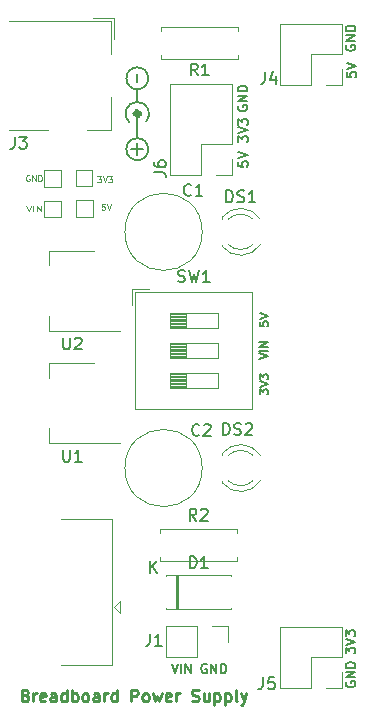
<source format=gto>
G04 #@! TF.GenerationSoftware,KiCad,Pcbnew,(5.1.4)-1*
G04 #@! TF.CreationDate,2020-11-14T09:15:54+05:30*
G04 #@! TF.ProjectId,Breadboard_Power_Supply,42726561-6462-46f6-9172-645f506f7765,1*
G04 #@! TF.SameCoordinates,Original*
G04 #@! TF.FileFunction,Legend,Top*
G04 #@! TF.FilePolarity,Positive*
%FSLAX46Y46*%
G04 Gerber Fmt 4.6, Leading zero omitted, Abs format (unit mm)*
G04 Created by KiCad (PCBNEW (5.1.4)-1) date 2020-11-14 09:15:54*
%MOMM*%
%LPD*%
G04 APERTURE LIST*
%ADD10C,0.150000*%
%ADD11C,0.250000*%
%ADD12C,0.120000*%
%ADD13C,0.500000*%
%ADD14C,0.125000*%
G04 APERTURE END LIST*
D10*
X146423809Y-115561904D02*
X146690476Y-116361904D01*
X146957142Y-115561904D01*
X147223809Y-116361904D02*
X147223809Y-115561904D01*
X147604761Y-116361904D02*
X147604761Y-115561904D01*
X148061904Y-116361904D01*
X148061904Y-115561904D01*
X149390476Y-115600000D02*
X149314285Y-115561904D01*
X149200000Y-115561904D01*
X149085714Y-115600000D01*
X149009523Y-115676190D01*
X148971428Y-115752380D01*
X148933333Y-115904761D01*
X148933333Y-116019047D01*
X148971428Y-116171428D01*
X149009523Y-116247619D01*
X149085714Y-116323809D01*
X149200000Y-116361904D01*
X149276190Y-116361904D01*
X149390476Y-116323809D01*
X149428571Y-116285714D01*
X149428571Y-116019047D01*
X149276190Y-116019047D01*
X149771428Y-116361904D02*
X149771428Y-115561904D01*
X150228571Y-116361904D01*
X150228571Y-115561904D01*
X150609523Y-116361904D02*
X150609523Y-115561904D01*
X150800000Y-115561904D01*
X150914285Y-115600000D01*
X150990476Y-115676190D01*
X151028571Y-115752380D01*
X151066666Y-115904761D01*
X151066666Y-116019047D01*
X151028571Y-116171428D01*
X150990476Y-116247619D01*
X150914285Y-116323809D01*
X150800000Y-116361904D01*
X150609523Y-116361904D01*
D11*
X134057142Y-118228571D02*
X134200000Y-118276190D01*
X134247619Y-118323809D01*
X134295238Y-118419047D01*
X134295238Y-118561904D01*
X134247619Y-118657142D01*
X134200000Y-118704761D01*
X134104761Y-118752380D01*
X133723809Y-118752380D01*
X133723809Y-117752380D01*
X134057142Y-117752380D01*
X134152380Y-117800000D01*
X134200000Y-117847619D01*
X134247619Y-117942857D01*
X134247619Y-118038095D01*
X134200000Y-118133333D01*
X134152380Y-118180952D01*
X134057142Y-118228571D01*
X133723809Y-118228571D01*
X134723809Y-118752380D02*
X134723809Y-118085714D01*
X134723809Y-118276190D02*
X134771428Y-118180952D01*
X134819047Y-118133333D01*
X134914285Y-118085714D01*
X135009523Y-118085714D01*
X135723809Y-118704761D02*
X135628571Y-118752380D01*
X135438095Y-118752380D01*
X135342857Y-118704761D01*
X135295238Y-118609523D01*
X135295238Y-118228571D01*
X135342857Y-118133333D01*
X135438095Y-118085714D01*
X135628571Y-118085714D01*
X135723809Y-118133333D01*
X135771428Y-118228571D01*
X135771428Y-118323809D01*
X135295238Y-118419047D01*
X136628571Y-118752380D02*
X136628571Y-118228571D01*
X136580952Y-118133333D01*
X136485714Y-118085714D01*
X136295238Y-118085714D01*
X136200000Y-118133333D01*
X136628571Y-118704761D02*
X136533333Y-118752380D01*
X136295238Y-118752380D01*
X136200000Y-118704761D01*
X136152380Y-118609523D01*
X136152380Y-118514285D01*
X136200000Y-118419047D01*
X136295238Y-118371428D01*
X136533333Y-118371428D01*
X136628571Y-118323809D01*
X137533333Y-118752380D02*
X137533333Y-117752380D01*
X137533333Y-118704761D02*
X137438095Y-118752380D01*
X137247619Y-118752380D01*
X137152380Y-118704761D01*
X137104761Y-118657142D01*
X137057142Y-118561904D01*
X137057142Y-118276190D01*
X137104761Y-118180952D01*
X137152380Y-118133333D01*
X137247619Y-118085714D01*
X137438095Y-118085714D01*
X137533333Y-118133333D01*
X138009523Y-118752380D02*
X138009523Y-117752380D01*
X138009523Y-118133333D02*
X138104761Y-118085714D01*
X138295238Y-118085714D01*
X138390476Y-118133333D01*
X138438095Y-118180952D01*
X138485714Y-118276190D01*
X138485714Y-118561904D01*
X138438095Y-118657142D01*
X138390476Y-118704761D01*
X138295238Y-118752380D01*
X138104761Y-118752380D01*
X138009523Y-118704761D01*
X139057142Y-118752380D02*
X138961904Y-118704761D01*
X138914285Y-118657142D01*
X138866666Y-118561904D01*
X138866666Y-118276190D01*
X138914285Y-118180952D01*
X138961904Y-118133333D01*
X139057142Y-118085714D01*
X139200000Y-118085714D01*
X139295238Y-118133333D01*
X139342857Y-118180952D01*
X139390476Y-118276190D01*
X139390476Y-118561904D01*
X139342857Y-118657142D01*
X139295238Y-118704761D01*
X139200000Y-118752380D01*
X139057142Y-118752380D01*
X140247619Y-118752380D02*
X140247619Y-118228571D01*
X140200000Y-118133333D01*
X140104761Y-118085714D01*
X139914285Y-118085714D01*
X139819047Y-118133333D01*
X140247619Y-118704761D02*
X140152380Y-118752380D01*
X139914285Y-118752380D01*
X139819047Y-118704761D01*
X139771428Y-118609523D01*
X139771428Y-118514285D01*
X139819047Y-118419047D01*
X139914285Y-118371428D01*
X140152380Y-118371428D01*
X140247619Y-118323809D01*
X140723809Y-118752380D02*
X140723809Y-118085714D01*
X140723809Y-118276190D02*
X140771428Y-118180952D01*
X140819047Y-118133333D01*
X140914285Y-118085714D01*
X141009523Y-118085714D01*
X141771428Y-118752380D02*
X141771428Y-117752380D01*
X141771428Y-118704761D02*
X141676190Y-118752380D01*
X141485714Y-118752380D01*
X141390476Y-118704761D01*
X141342857Y-118657142D01*
X141295238Y-118561904D01*
X141295238Y-118276190D01*
X141342857Y-118180952D01*
X141390476Y-118133333D01*
X141485714Y-118085714D01*
X141676190Y-118085714D01*
X141771428Y-118133333D01*
X143009523Y-118752380D02*
X143009523Y-117752380D01*
X143390476Y-117752380D01*
X143485714Y-117800000D01*
X143533333Y-117847619D01*
X143580952Y-117942857D01*
X143580952Y-118085714D01*
X143533333Y-118180952D01*
X143485714Y-118228571D01*
X143390476Y-118276190D01*
X143009523Y-118276190D01*
X144152380Y-118752380D02*
X144057142Y-118704761D01*
X144009523Y-118657142D01*
X143961904Y-118561904D01*
X143961904Y-118276190D01*
X144009523Y-118180952D01*
X144057142Y-118133333D01*
X144152380Y-118085714D01*
X144295238Y-118085714D01*
X144390476Y-118133333D01*
X144438095Y-118180952D01*
X144485714Y-118276190D01*
X144485714Y-118561904D01*
X144438095Y-118657142D01*
X144390476Y-118704761D01*
X144295238Y-118752380D01*
X144152380Y-118752380D01*
X144819047Y-118085714D02*
X145009523Y-118752380D01*
X145200000Y-118276190D01*
X145390476Y-118752380D01*
X145580952Y-118085714D01*
X146342857Y-118704761D02*
X146247619Y-118752380D01*
X146057142Y-118752380D01*
X145961904Y-118704761D01*
X145914285Y-118609523D01*
X145914285Y-118228571D01*
X145961904Y-118133333D01*
X146057142Y-118085714D01*
X146247619Y-118085714D01*
X146342857Y-118133333D01*
X146390476Y-118228571D01*
X146390476Y-118323809D01*
X145914285Y-118419047D01*
X146819047Y-118752380D02*
X146819047Y-118085714D01*
X146819047Y-118276190D02*
X146866666Y-118180952D01*
X146914285Y-118133333D01*
X147009523Y-118085714D01*
X147104761Y-118085714D01*
X148152380Y-118704761D02*
X148295238Y-118752380D01*
X148533333Y-118752380D01*
X148628571Y-118704761D01*
X148676190Y-118657142D01*
X148723809Y-118561904D01*
X148723809Y-118466666D01*
X148676190Y-118371428D01*
X148628571Y-118323809D01*
X148533333Y-118276190D01*
X148342857Y-118228571D01*
X148247619Y-118180952D01*
X148200000Y-118133333D01*
X148152380Y-118038095D01*
X148152380Y-117942857D01*
X148200000Y-117847619D01*
X148247619Y-117800000D01*
X148342857Y-117752380D01*
X148580952Y-117752380D01*
X148723809Y-117800000D01*
X149580952Y-118085714D02*
X149580952Y-118752380D01*
X149152380Y-118085714D02*
X149152380Y-118609523D01*
X149200000Y-118704761D01*
X149295238Y-118752380D01*
X149438095Y-118752380D01*
X149533333Y-118704761D01*
X149580952Y-118657142D01*
X150057142Y-118085714D02*
X150057142Y-119085714D01*
X150057142Y-118133333D02*
X150152380Y-118085714D01*
X150342857Y-118085714D01*
X150438095Y-118133333D01*
X150485714Y-118180952D01*
X150533333Y-118276190D01*
X150533333Y-118561904D01*
X150485714Y-118657142D01*
X150438095Y-118704761D01*
X150342857Y-118752380D01*
X150152380Y-118752380D01*
X150057142Y-118704761D01*
X150961904Y-118085714D02*
X150961904Y-119085714D01*
X150961904Y-118133333D02*
X151057142Y-118085714D01*
X151247619Y-118085714D01*
X151342857Y-118133333D01*
X151390476Y-118180952D01*
X151438095Y-118276190D01*
X151438095Y-118561904D01*
X151390476Y-118657142D01*
X151342857Y-118704761D01*
X151247619Y-118752380D01*
X151057142Y-118752380D01*
X150961904Y-118704761D01*
X152009523Y-118752380D02*
X151914285Y-118704761D01*
X151866666Y-118609523D01*
X151866666Y-117752380D01*
X152295238Y-118085714D02*
X152533333Y-118752380D01*
X152771428Y-118085714D02*
X152533333Y-118752380D01*
X152438095Y-118990476D01*
X152390476Y-119038095D01*
X152295238Y-119085714D01*
D10*
X152050000Y-68309523D02*
X152011904Y-68385714D01*
X152011904Y-68500000D01*
X152050000Y-68614285D01*
X152126190Y-68690476D01*
X152202380Y-68728571D01*
X152354761Y-68766666D01*
X152469047Y-68766666D01*
X152621428Y-68728571D01*
X152697619Y-68690476D01*
X152773809Y-68614285D01*
X152811904Y-68500000D01*
X152811904Y-68423809D01*
X152773809Y-68309523D01*
X152735714Y-68271428D01*
X152469047Y-68271428D01*
X152469047Y-68423809D01*
X152811904Y-67928571D02*
X152011904Y-67928571D01*
X152811904Y-67471428D01*
X152011904Y-67471428D01*
X152811904Y-67090476D02*
X152011904Y-67090476D01*
X152011904Y-66900000D01*
X152050000Y-66785714D01*
X152126190Y-66709523D01*
X152202380Y-66671428D01*
X152354761Y-66633333D01*
X152469047Y-66633333D01*
X152621428Y-66671428D01*
X152697619Y-66709523D01*
X152773809Y-66785714D01*
X152811904Y-66900000D01*
X152811904Y-67090476D01*
X152061904Y-71390476D02*
X152061904Y-70895238D01*
X152366666Y-71161904D01*
X152366666Y-71047619D01*
X152404761Y-70971428D01*
X152442857Y-70933333D01*
X152519047Y-70895238D01*
X152709523Y-70895238D01*
X152785714Y-70933333D01*
X152823809Y-70971428D01*
X152861904Y-71047619D01*
X152861904Y-71276190D01*
X152823809Y-71352380D01*
X152785714Y-71390476D01*
X152061904Y-70666666D02*
X152861904Y-70400000D01*
X152061904Y-70133333D01*
X152061904Y-69942857D02*
X152061904Y-69447619D01*
X152366666Y-69714285D01*
X152366666Y-69600000D01*
X152404761Y-69523809D01*
X152442857Y-69485714D01*
X152519047Y-69447619D01*
X152709523Y-69447619D01*
X152785714Y-69485714D01*
X152823809Y-69523809D01*
X152861904Y-69600000D01*
X152861904Y-69828571D01*
X152823809Y-69904761D01*
X152785714Y-69942857D01*
X152061904Y-73052380D02*
X152061904Y-73433333D01*
X152442857Y-73471428D01*
X152404761Y-73433333D01*
X152366666Y-73357142D01*
X152366666Y-73166666D01*
X152404761Y-73090476D01*
X152442857Y-73052380D01*
X152519047Y-73014285D01*
X152709523Y-73014285D01*
X152785714Y-73052380D01*
X152823809Y-73090476D01*
X152861904Y-73166666D01*
X152861904Y-73357142D01*
X152823809Y-73433333D01*
X152785714Y-73471428D01*
X152061904Y-72785714D02*
X152861904Y-72519047D01*
X152061904Y-72252380D01*
X143525000Y-66300000D02*
X143525000Y-65600000D01*
X143000000Y-72000000D02*
X144000000Y-72000000D01*
X143525000Y-71500000D02*
X143525000Y-72500000D01*
X161200000Y-117109523D02*
X161161904Y-117185714D01*
X161161904Y-117300000D01*
X161200000Y-117414285D01*
X161276190Y-117490476D01*
X161352380Y-117528571D01*
X161504761Y-117566666D01*
X161619047Y-117566666D01*
X161771428Y-117528571D01*
X161847619Y-117490476D01*
X161923809Y-117414285D01*
X161961904Y-117300000D01*
X161961904Y-117223809D01*
X161923809Y-117109523D01*
X161885714Y-117071428D01*
X161619047Y-117071428D01*
X161619047Y-117223809D01*
X161961904Y-116728571D02*
X161161904Y-116728571D01*
X161961904Y-116271428D01*
X161161904Y-116271428D01*
X161961904Y-115890476D02*
X161161904Y-115890476D01*
X161161904Y-115700000D01*
X161200000Y-115585714D01*
X161276190Y-115509523D01*
X161352380Y-115471428D01*
X161504761Y-115433333D01*
X161619047Y-115433333D01*
X161771428Y-115471428D01*
X161847619Y-115509523D01*
X161923809Y-115585714D01*
X161961904Y-115700000D01*
X161961904Y-115890476D01*
X161200000Y-63209523D02*
X161161904Y-63285714D01*
X161161904Y-63400000D01*
X161200000Y-63514285D01*
X161276190Y-63590476D01*
X161352380Y-63628571D01*
X161504761Y-63666666D01*
X161619047Y-63666666D01*
X161771428Y-63628571D01*
X161847619Y-63590476D01*
X161923809Y-63514285D01*
X161961904Y-63400000D01*
X161961904Y-63323809D01*
X161923809Y-63209523D01*
X161885714Y-63171428D01*
X161619047Y-63171428D01*
X161619047Y-63323809D01*
X161961904Y-62828571D02*
X161161904Y-62828571D01*
X161961904Y-62371428D01*
X161161904Y-62371428D01*
X161961904Y-61990476D02*
X161161904Y-61990476D01*
X161161904Y-61800000D01*
X161200000Y-61685714D01*
X161276190Y-61609523D01*
X161352380Y-61571428D01*
X161504761Y-61533333D01*
X161619047Y-61533333D01*
X161771428Y-61571428D01*
X161847619Y-61609523D01*
X161923809Y-61685714D01*
X161961904Y-61800000D01*
X161961904Y-61990476D01*
X161261904Y-65502380D02*
X161261904Y-65883333D01*
X161642857Y-65921428D01*
X161604761Y-65883333D01*
X161566666Y-65807142D01*
X161566666Y-65616666D01*
X161604761Y-65540476D01*
X161642857Y-65502380D01*
X161719047Y-65464285D01*
X161909523Y-65464285D01*
X161985714Y-65502380D01*
X162023809Y-65540476D01*
X162061904Y-65616666D01*
X162061904Y-65807142D01*
X162023809Y-65883333D01*
X161985714Y-65921428D01*
X161261904Y-65235714D02*
X162061904Y-64969047D01*
X161261904Y-64702380D01*
X161161904Y-114690476D02*
X161161904Y-114195238D01*
X161466666Y-114461904D01*
X161466666Y-114347619D01*
X161504761Y-114271428D01*
X161542857Y-114233333D01*
X161619047Y-114195238D01*
X161809523Y-114195238D01*
X161885714Y-114233333D01*
X161923809Y-114271428D01*
X161961904Y-114347619D01*
X161961904Y-114576190D01*
X161923809Y-114652380D01*
X161885714Y-114690476D01*
X161161904Y-113966666D02*
X161961904Y-113700000D01*
X161161904Y-113433333D01*
X161161904Y-113242857D02*
X161161904Y-112747619D01*
X161466666Y-113014285D01*
X161466666Y-112900000D01*
X161504761Y-112823809D01*
X161542857Y-112785714D01*
X161619047Y-112747619D01*
X161809523Y-112747619D01*
X161885714Y-112785714D01*
X161923809Y-112823809D01*
X161961904Y-112900000D01*
X161961904Y-113128571D01*
X161923809Y-113204761D01*
X161885714Y-113242857D01*
X153916666Y-92766666D02*
X153916666Y-92333333D01*
X154183333Y-92566666D01*
X154183333Y-92466666D01*
X154216666Y-92400000D01*
X154250000Y-92366666D01*
X154316666Y-92333333D01*
X154483333Y-92333333D01*
X154550000Y-92366666D01*
X154583333Y-92400000D01*
X154616666Y-92466666D01*
X154616666Y-92666666D01*
X154583333Y-92733333D01*
X154550000Y-92766666D01*
X153916666Y-92133333D02*
X154616666Y-91900000D01*
X153916666Y-91666666D01*
X153916666Y-91500000D02*
X153916666Y-91066666D01*
X154183333Y-91300000D01*
X154183333Y-91200000D01*
X154216666Y-91133333D01*
X154250000Y-91100000D01*
X154316666Y-91066666D01*
X154483333Y-91066666D01*
X154550000Y-91100000D01*
X154583333Y-91133333D01*
X154616666Y-91200000D01*
X154616666Y-91400000D01*
X154583333Y-91466666D01*
X154550000Y-91500000D01*
X153886666Y-86613333D02*
X153886666Y-86946666D01*
X154220000Y-86980000D01*
X154186666Y-86946666D01*
X154153333Y-86880000D01*
X154153333Y-86713333D01*
X154186666Y-86646666D01*
X154220000Y-86613333D01*
X154286666Y-86580000D01*
X154453333Y-86580000D01*
X154520000Y-86613333D01*
X154553333Y-86646666D01*
X154586666Y-86713333D01*
X154586666Y-86880000D01*
X154553333Y-86946666D01*
X154520000Y-86980000D01*
X153886666Y-86380000D02*
X154586666Y-86146666D01*
X153886666Y-85913333D01*
X153866666Y-89756666D02*
X154566666Y-89523333D01*
X153866666Y-89290000D01*
X154566666Y-89056666D02*
X153866666Y-89056666D01*
X154566666Y-88723333D02*
X153866666Y-88723333D01*
X154566666Y-88323333D01*
X153866666Y-88323333D01*
D12*
X145420000Y-104130000D02*
X145420000Y-104460000D01*
X151960000Y-104130000D02*
X145420000Y-104130000D01*
X151960000Y-104460000D02*
X151960000Y-104130000D01*
X145420000Y-106870000D02*
X145420000Y-106540000D01*
X151960000Y-106870000D02*
X145420000Y-106870000D01*
X151960000Y-106540000D02*
X151960000Y-106870000D01*
X137090000Y-115660000D02*
X141350000Y-115660000D01*
X141350000Y-115660000D02*
X141350000Y-103340000D01*
X141350000Y-103340000D02*
X137090000Y-103340000D01*
X141570000Y-110750000D02*
X142070000Y-111250000D01*
X142070000Y-111250000D02*
X142070000Y-110250000D01*
X142070000Y-110250000D02*
X141570000Y-110750000D01*
D10*
X144275000Y-69675000D02*
G75*
G03X142850000Y-69750000I-750000J675000D01*
G01*
D13*
X143700000Y-69000000D02*
G75*
G03X143700000Y-69000000I-175000J0D01*
G01*
D10*
X144450000Y-72000000D02*
G75*
G03X144450000Y-72000000I-925000J0D01*
G01*
X144450000Y-66000000D02*
G75*
G03X144450000Y-66000000I-925000J0D01*
G01*
X143525000Y-67000000D02*
X143525000Y-67900000D01*
X143525000Y-69000000D02*
X143525000Y-71000000D01*
D12*
X141540000Y-60910000D02*
X141540000Y-62650000D01*
X139800000Y-60910000D02*
X141540000Y-60910000D01*
X141300000Y-70350000D02*
X139300000Y-70350000D01*
X141300000Y-67550000D02*
X141300000Y-70350000D01*
X141300000Y-61150000D02*
X141300000Y-63950000D01*
X141300000Y-61150000D02*
X132700000Y-61150000D01*
X136000000Y-70350000D02*
X132700000Y-70350000D01*
X152080000Y-64370000D02*
X152080000Y-64040000D01*
X145540000Y-64370000D02*
X152080000Y-64370000D01*
X145540000Y-64040000D02*
X145540000Y-64370000D01*
X152080000Y-61630000D02*
X152080000Y-61960000D01*
X145540000Y-61630000D02*
X152080000Y-61630000D01*
X145540000Y-61960000D02*
X145540000Y-61630000D01*
X146770000Y-108030000D02*
X146770000Y-110970000D01*
X147010000Y-108030000D02*
X147010000Y-110970000D01*
X146890000Y-108030000D02*
X146890000Y-110970000D01*
X151430000Y-110970000D02*
X151430000Y-110840000D01*
X145990000Y-110970000D02*
X151430000Y-110970000D01*
X145990000Y-110840000D02*
X145990000Y-110970000D01*
X151430000Y-108030000D02*
X151430000Y-108160000D01*
X145990000Y-108030000D02*
X151430000Y-108030000D01*
X145990000Y-108160000D02*
X145990000Y-108030000D01*
X149020000Y-99000000D02*
G75*
G03X149020000Y-99000000I-3270000J0D01*
G01*
X149020000Y-79000000D02*
G75*
G03X149020000Y-79000000I-3270000J0D01*
G01*
X138325000Y-75125000D02*
X138325000Y-73725000D01*
X139725000Y-75125000D02*
X138325000Y-75125000D01*
X139725000Y-73725000D02*
X139725000Y-75125000D01*
X138325000Y-73725000D02*
X139725000Y-73725000D01*
X138350000Y-77725000D02*
X138350000Y-76325000D01*
X139750000Y-77725000D02*
X138350000Y-77725000D01*
X139750000Y-76325000D02*
X139750000Y-77725000D01*
X138350000Y-76325000D02*
X139750000Y-76325000D01*
X135625000Y-75175000D02*
X135625000Y-73775000D01*
X137025000Y-75175000D02*
X135625000Y-75175000D01*
X137025000Y-73775000D02*
X137025000Y-75175000D01*
X135625000Y-73775000D02*
X137025000Y-73775000D01*
X135625000Y-77750000D02*
X135625000Y-76350000D01*
X137025000Y-77750000D02*
X135625000Y-77750000D01*
X137025000Y-76350000D02*
X137025000Y-77750000D01*
X135625000Y-76350000D02*
X137025000Y-76350000D01*
X151505000Y-66465000D02*
X146305000Y-66465000D01*
X151505000Y-71605000D02*
X151505000Y-66465000D01*
X146305000Y-74205000D02*
X146305000Y-66465000D01*
X151505000Y-71605000D02*
X148905000Y-71605000D01*
X148905000Y-71605000D02*
X148905000Y-74205000D01*
X148905000Y-74205000D02*
X146305000Y-74205000D01*
X151505000Y-72875000D02*
X151505000Y-74205000D01*
X151505000Y-74205000D02*
X150175000Y-74205000D01*
X143360000Y-84080000D02*
X153260000Y-84080000D01*
X143360000Y-94000000D02*
X153260000Y-94000000D01*
X143360000Y-84080000D02*
X143360000Y-94000000D01*
X153260000Y-84080000D02*
X153260000Y-94000000D01*
X143120000Y-83840000D02*
X144504000Y-83840000D01*
X143120000Y-83840000D02*
X143120000Y-85223000D01*
X146280000Y-85865000D02*
X146280000Y-87135000D01*
X146280000Y-87135000D02*
X150340000Y-87135000D01*
X150340000Y-87135000D02*
X150340000Y-85865000D01*
X150340000Y-85865000D02*
X146280000Y-85865000D01*
X146280000Y-85985000D02*
X147633333Y-85985000D01*
X146280000Y-86105000D02*
X147633333Y-86105000D01*
X146280000Y-86225000D02*
X147633333Y-86225000D01*
X146280000Y-86345000D02*
X147633333Y-86345000D01*
X146280000Y-86465000D02*
X147633333Y-86465000D01*
X146280000Y-86585000D02*
X147633333Y-86585000D01*
X146280000Y-86705000D02*
X147633333Y-86705000D01*
X146280000Y-86825000D02*
X147633333Y-86825000D01*
X146280000Y-86945000D02*
X147633333Y-86945000D01*
X146280000Y-87065000D02*
X147633333Y-87065000D01*
X147633333Y-85865000D02*
X147633333Y-87135000D01*
X146280000Y-88405000D02*
X146280000Y-89675000D01*
X146280000Y-89675000D02*
X150340000Y-89675000D01*
X150340000Y-89675000D02*
X150340000Y-88405000D01*
X150340000Y-88405000D02*
X146280000Y-88405000D01*
X146280000Y-88525000D02*
X147633333Y-88525000D01*
X146280000Y-88645000D02*
X147633333Y-88645000D01*
X146280000Y-88765000D02*
X147633333Y-88765000D01*
X146280000Y-88885000D02*
X147633333Y-88885000D01*
X146280000Y-89005000D02*
X147633333Y-89005000D01*
X146280000Y-89125000D02*
X147633333Y-89125000D01*
X146280000Y-89245000D02*
X147633333Y-89245000D01*
X146280000Y-89365000D02*
X147633333Y-89365000D01*
X146280000Y-89485000D02*
X147633333Y-89485000D01*
X146280000Y-89605000D02*
X147633333Y-89605000D01*
X147633333Y-88405000D02*
X147633333Y-89675000D01*
X146280000Y-90945000D02*
X146280000Y-92215000D01*
X146280000Y-92215000D02*
X150340000Y-92215000D01*
X150340000Y-92215000D02*
X150340000Y-90945000D01*
X150340000Y-90945000D02*
X146280000Y-90945000D01*
X146280000Y-91065000D02*
X147633333Y-91065000D01*
X146280000Y-91185000D02*
X147633333Y-91185000D01*
X146280000Y-91305000D02*
X147633333Y-91305000D01*
X146280000Y-91425000D02*
X147633333Y-91425000D01*
X146280000Y-91545000D02*
X147633333Y-91545000D01*
X146280000Y-91665000D02*
X147633333Y-91665000D01*
X146280000Y-91785000D02*
X147633333Y-91785000D01*
X146280000Y-91905000D02*
X147633333Y-91905000D01*
X146280000Y-92025000D02*
X147633333Y-92025000D01*
X146280000Y-92145000D02*
X147633333Y-92145000D01*
X147633333Y-90945000D02*
X147633333Y-92215000D01*
X153311130Y-80079837D02*
G75*
G02X151229039Y-80080000I-1041130J1079837D01*
G01*
X153311130Y-77920163D02*
G75*
G03X151229039Y-77920000I-1041130J-1079837D01*
G01*
X153942335Y-80078608D02*
G75*
G02X150710000Y-80235516I-1672335J1078608D01*
G01*
X153942335Y-77921392D02*
G75*
G03X150710000Y-77764484I-1672335J-1078608D01*
G01*
X150710000Y-77764000D02*
X150710000Y-77920000D01*
X150710000Y-80080000D02*
X150710000Y-80236000D01*
X153311130Y-100079837D02*
G75*
G02X151229039Y-100080000I-1041130J1079837D01*
G01*
X153311130Y-97920163D02*
G75*
G03X151229039Y-97920000I-1041130J-1079837D01*
G01*
X153942335Y-100078608D02*
G75*
G02X150710000Y-100235516I-1672335J1078608D01*
G01*
X153942335Y-97921392D02*
G75*
G03X150710000Y-97764484I-1672335J-1078608D01*
G01*
X150710000Y-97764000D02*
X150710000Y-97920000D01*
X150710000Y-100080000D02*
X150710000Y-100236000D01*
X145970000Y-112370000D02*
X145970000Y-115030000D01*
X148570000Y-112370000D02*
X145970000Y-112370000D01*
X148570000Y-115030000D02*
X145970000Y-115030000D01*
X148570000Y-112370000D02*
X148570000Y-115030000D01*
X149840000Y-112370000D02*
X151170000Y-112370000D01*
X151170000Y-112370000D02*
X151170000Y-113700000D01*
X142100000Y-87410000D02*
X136090000Y-87410000D01*
X139850000Y-80590000D02*
X136090000Y-80590000D01*
X136090000Y-87410000D02*
X136090000Y-86150000D01*
X136090000Y-80590000D02*
X136090000Y-81850000D01*
X142100000Y-96910000D02*
X136090000Y-96910000D01*
X139850000Y-90090000D02*
X136090000Y-90090000D01*
X136090000Y-96910000D02*
X136090000Y-95650000D01*
X136090000Y-90090000D02*
X136090000Y-91350000D01*
X160830000Y-66580000D02*
X159500000Y-66580000D01*
X160830000Y-65250000D02*
X160830000Y-66580000D01*
X158230000Y-66580000D02*
X155630000Y-66580000D01*
X158230000Y-63980000D02*
X158230000Y-66580000D01*
X160830000Y-63980000D02*
X158230000Y-63980000D01*
X155630000Y-66580000D02*
X155630000Y-61380000D01*
X160830000Y-63980000D02*
X160830000Y-61380000D01*
X160830000Y-61380000D02*
X155630000Y-61380000D01*
X160830000Y-117630000D02*
X159500000Y-117630000D01*
X160830000Y-116300000D02*
X160830000Y-117630000D01*
X158230000Y-117630000D02*
X155630000Y-117630000D01*
X158230000Y-115030000D02*
X158230000Y-117630000D01*
X160830000Y-115030000D02*
X158230000Y-115030000D01*
X155630000Y-117630000D02*
X155630000Y-112430000D01*
X160830000Y-115030000D02*
X160830000Y-112430000D01*
X160830000Y-112430000D02*
X155630000Y-112430000D01*
D10*
X148523333Y-103452380D02*
X148190000Y-102976190D01*
X147951904Y-103452380D02*
X147951904Y-102452380D01*
X148332857Y-102452380D01*
X148428095Y-102500000D01*
X148475714Y-102547619D01*
X148523333Y-102642857D01*
X148523333Y-102785714D01*
X148475714Y-102880952D01*
X148428095Y-102928571D01*
X148332857Y-102976190D01*
X147951904Y-102976190D01*
X148904285Y-102547619D02*
X148951904Y-102500000D01*
X149047142Y-102452380D01*
X149285238Y-102452380D01*
X149380476Y-102500000D01*
X149428095Y-102547619D01*
X149475714Y-102642857D01*
X149475714Y-102738095D01*
X149428095Y-102880952D01*
X148856666Y-103452380D01*
X149475714Y-103452380D01*
X133166666Y-70952380D02*
X133166666Y-71666666D01*
X133119047Y-71809523D01*
X133023809Y-71904761D01*
X132880952Y-71952380D01*
X132785714Y-71952380D01*
X133547619Y-70952380D02*
X134166666Y-70952380D01*
X133833333Y-71333333D01*
X133976190Y-71333333D01*
X134071428Y-71380952D01*
X134119047Y-71428571D01*
X134166666Y-71523809D01*
X134166666Y-71761904D01*
X134119047Y-71857142D01*
X134071428Y-71904761D01*
X133976190Y-71952380D01*
X133690476Y-71952380D01*
X133595238Y-71904761D01*
X133547619Y-71857142D01*
X148633333Y-65752380D02*
X148300000Y-65276190D01*
X148061904Y-65752380D02*
X148061904Y-64752380D01*
X148442857Y-64752380D01*
X148538095Y-64800000D01*
X148585714Y-64847619D01*
X148633333Y-64942857D01*
X148633333Y-65085714D01*
X148585714Y-65180952D01*
X148538095Y-65228571D01*
X148442857Y-65276190D01*
X148061904Y-65276190D01*
X149585714Y-65752380D02*
X149014285Y-65752380D01*
X149300000Y-65752380D02*
X149300000Y-64752380D01*
X149204761Y-64895238D01*
X149109523Y-64990476D01*
X149014285Y-65038095D01*
X147971904Y-107482380D02*
X147971904Y-106482380D01*
X148210000Y-106482380D01*
X148352857Y-106530000D01*
X148448095Y-106625238D01*
X148495714Y-106720476D01*
X148543333Y-106910952D01*
X148543333Y-107053809D01*
X148495714Y-107244285D01*
X148448095Y-107339523D01*
X148352857Y-107434761D01*
X148210000Y-107482380D01*
X147971904Y-107482380D01*
X149495714Y-107482380D02*
X148924285Y-107482380D01*
X149210000Y-107482380D02*
X149210000Y-106482380D01*
X149114761Y-106625238D01*
X149019523Y-106720476D01*
X148924285Y-106768095D01*
X144638095Y-107852380D02*
X144638095Y-106852380D01*
X145209523Y-107852380D02*
X144780952Y-107280952D01*
X145209523Y-106852380D02*
X144638095Y-107423809D01*
X148778333Y-96182142D02*
X148730714Y-96229761D01*
X148587857Y-96277380D01*
X148492619Y-96277380D01*
X148349761Y-96229761D01*
X148254523Y-96134523D01*
X148206904Y-96039285D01*
X148159285Y-95848809D01*
X148159285Y-95705952D01*
X148206904Y-95515476D01*
X148254523Y-95420238D01*
X148349761Y-95325000D01*
X148492619Y-95277380D01*
X148587857Y-95277380D01*
X148730714Y-95325000D01*
X148778333Y-95372619D01*
X149159285Y-95372619D02*
X149206904Y-95325000D01*
X149302142Y-95277380D01*
X149540238Y-95277380D01*
X149635476Y-95325000D01*
X149683095Y-95372619D01*
X149730714Y-95467857D01*
X149730714Y-95563095D01*
X149683095Y-95705952D01*
X149111666Y-96277380D01*
X149730714Y-96277380D01*
X148083333Y-75857142D02*
X148035714Y-75904761D01*
X147892857Y-75952380D01*
X147797619Y-75952380D01*
X147654761Y-75904761D01*
X147559523Y-75809523D01*
X147511904Y-75714285D01*
X147464285Y-75523809D01*
X147464285Y-75380952D01*
X147511904Y-75190476D01*
X147559523Y-75095238D01*
X147654761Y-75000000D01*
X147797619Y-74952380D01*
X147892857Y-74952380D01*
X148035714Y-75000000D01*
X148083333Y-75047619D01*
X149035714Y-75952380D02*
X148464285Y-75952380D01*
X148750000Y-75952380D02*
X148750000Y-74952380D01*
X148654761Y-75095238D01*
X148559523Y-75190476D01*
X148464285Y-75238095D01*
D14*
X140155952Y-74301190D02*
X140465476Y-74301190D01*
X140298809Y-74491666D01*
X140370238Y-74491666D01*
X140417857Y-74515476D01*
X140441666Y-74539285D01*
X140465476Y-74586904D01*
X140465476Y-74705952D01*
X140441666Y-74753571D01*
X140417857Y-74777380D01*
X140370238Y-74801190D01*
X140227380Y-74801190D01*
X140179761Y-74777380D01*
X140155952Y-74753571D01*
X140608333Y-74301190D02*
X140775000Y-74801190D01*
X140941666Y-74301190D01*
X141060714Y-74301190D02*
X141370238Y-74301190D01*
X141203571Y-74491666D01*
X141275000Y-74491666D01*
X141322619Y-74515476D01*
X141346428Y-74539285D01*
X141370238Y-74586904D01*
X141370238Y-74705952D01*
X141346428Y-74753571D01*
X141322619Y-74777380D01*
X141275000Y-74801190D01*
X141132142Y-74801190D01*
X141084523Y-74777380D01*
X141060714Y-74753571D01*
X140765238Y-76651190D02*
X140527142Y-76651190D01*
X140503333Y-76889285D01*
X140527142Y-76865476D01*
X140574761Y-76841666D01*
X140693809Y-76841666D01*
X140741428Y-76865476D01*
X140765238Y-76889285D01*
X140789047Y-76936904D01*
X140789047Y-77055952D01*
X140765238Y-77103571D01*
X140741428Y-77127380D01*
X140693809Y-77151190D01*
X140574761Y-77151190D01*
X140527142Y-77127380D01*
X140503333Y-77103571D01*
X140931904Y-76651190D02*
X141098571Y-77151190D01*
X141265238Y-76651190D01*
X134394047Y-74225000D02*
X134346428Y-74201190D01*
X134275000Y-74201190D01*
X134203571Y-74225000D01*
X134155952Y-74272619D01*
X134132142Y-74320238D01*
X134108333Y-74415476D01*
X134108333Y-74486904D01*
X134132142Y-74582142D01*
X134155952Y-74629761D01*
X134203571Y-74677380D01*
X134275000Y-74701190D01*
X134322619Y-74701190D01*
X134394047Y-74677380D01*
X134417857Y-74653571D01*
X134417857Y-74486904D01*
X134322619Y-74486904D01*
X134632142Y-74701190D02*
X134632142Y-74201190D01*
X134917857Y-74701190D01*
X134917857Y-74201190D01*
X135155952Y-74701190D02*
X135155952Y-74201190D01*
X135275000Y-74201190D01*
X135346428Y-74225000D01*
X135394047Y-74272619D01*
X135417857Y-74320238D01*
X135441666Y-74415476D01*
X135441666Y-74486904D01*
X135417857Y-74582142D01*
X135394047Y-74629761D01*
X135346428Y-74677380D01*
X135275000Y-74701190D01*
X135155952Y-74701190D01*
X134117857Y-76776190D02*
X134317857Y-77276190D01*
X134517857Y-76776190D01*
X134717857Y-77276190D02*
X134717857Y-76776190D01*
X135003571Y-77276190D02*
X135003571Y-76776190D01*
X135346428Y-77276190D01*
X135346428Y-76776190D01*
D10*
X144927380Y-73958333D02*
X145641666Y-73958333D01*
X145784523Y-74005952D01*
X145879761Y-74101190D01*
X145927380Y-74244047D01*
X145927380Y-74339285D01*
X144927380Y-73053571D02*
X144927380Y-73244047D01*
X144975000Y-73339285D01*
X145022619Y-73386904D01*
X145165476Y-73482142D01*
X145355952Y-73529761D01*
X145736904Y-73529761D01*
X145832142Y-73482142D01*
X145879761Y-73434523D01*
X145927380Y-73339285D01*
X145927380Y-73148809D01*
X145879761Y-73053571D01*
X145832142Y-73005952D01*
X145736904Y-72958333D01*
X145498809Y-72958333D01*
X145403571Y-73005952D01*
X145355952Y-73053571D01*
X145308333Y-73148809D01*
X145308333Y-73339285D01*
X145355952Y-73434523D01*
X145403571Y-73482142D01*
X145498809Y-73529761D01*
X146976666Y-83204761D02*
X147119523Y-83252380D01*
X147357619Y-83252380D01*
X147452857Y-83204761D01*
X147500476Y-83157142D01*
X147548095Y-83061904D01*
X147548095Y-82966666D01*
X147500476Y-82871428D01*
X147452857Y-82823809D01*
X147357619Y-82776190D01*
X147167142Y-82728571D01*
X147071904Y-82680952D01*
X147024285Y-82633333D01*
X146976666Y-82538095D01*
X146976666Y-82442857D01*
X147024285Y-82347619D01*
X147071904Y-82300000D01*
X147167142Y-82252380D01*
X147405238Y-82252380D01*
X147548095Y-82300000D01*
X147881428Y-82252380D02*
X148119523Y-83252380D01*
X148310000Y-82538095D01*
X148500476Y-83252380D01*
X148738571Y-82252380D01*
X149643333Y-83252380D02*
X149071904Y-83252380D01*
X149357619Y-83252380D02*
X149357619Y-82252380D01*
X149262380Y-82395238D01*
X149167142Y-82490476D01*
X149071904Y-82538095D01*
X151055714Y-76492380D02*
X151055714Y-75492380D01*
X151293809Y-75492380D01*
X151436666Y-75540000D01*
X151531904Y-75635238D01*
X151579523Y-75730476D01*
X151627142Y-75920952D01*
X151627142Y-76063809D01*
X151579523Y-76254285D01*
X151531904Y-76349523D01*
X151436666Y-76444761D01*
X151293809Y-76492380D01*
X151055714Y-76492380D01*
X152008095Y-76444761D02*
X152150952Y-76492380D01*
X152389047Y-76492380D01*
X152484285Y-76444761D01*
X152531904Y-76397142D01*
X152579523Y-76301904D01*
X152579523Y-76206666D01*
X152531904Y-76111428D01*
X152484285Y-76063809D01*
X152389047Y-76016190D01*
X152198571Y-75968571D01*
X152103333Y-75920952D01*
X152055714Y-75873333D01*
X152008095Y-75778095D01*
X152008095Y-75682857D01*
X152055714Y-75587619D01*
X152103333Y-75540000D01*
X152198571Y-75492380D01*
X152436666Y-75492380D01*
X152579523Y-75540000D01*
X153531904Y-76492380D02*
X152960476Y-76492380D01*
X153246190Y-76492380D02*
X153246190Y-75492380D01*
X153150952Y-75635238D01*
X153055714Y-75730476D01*
X152960476Y-75778095D01*
X150785714Y-96202380D02*
X150785714Y-95202380D01*
X151023809Y-95202380D01*
X151166666Y-95250000D01*
X151261904Y-95345238D01*
X151309523Y-95440476D01*
X151357142Y-95630952D01*
X151357142Y-95773809D01*
X151309523Y-95964285D01*
X151261904Y-96059523D01*
X151166666Y-96154761D01*
X151023809Y-96202380D01*
X150785714Y-96202380D01*
X151738095Y-96154761D02*
X151880952Y-96202380D01*
X152119047Y-96202380D01*
X152214285Y-96154761D01*
X152261904Y-96107142D01*
X152309523Y-96011904D01*
X152309523Y-95916666D01*
X152261904Y-95821428D01*
X152214285Y-95773809D01*
X152119047Y-95726190D01*
X151928571Y-95678571D01*
X151833333Y-95630952D01*
X151785714Y-95583333D01*
X151738095Y-95488095D01*
X151738095Y-95392857D01*
X151785714Y-95297619D01*
X151833333Y-95250000D01*
X151928571Y-95202380D01*
X152166666Y-95202380D01*
X152309523Y-95250000D01*
X152690476Y-95297619D02*
X152738095Y-95250000D01*
X152833333Y-95202380D01*
X153071428Y-95202380D01*
X153166666Y-95250000D01*
X153214285Y-95297619D01*
X153261904Y-95392857D01*
X153261904Y-95488095D01*
X153214285Y-95630952D01*
X152642857Y-96202380D01*
X153261904Y-96202380D01*
X144606666Y-113052380D02*
X144606666Y-113766666D01*
X144559047Y-113909523D01*
X144463809Y-114004761D01*
X144320952Y-114052380D01*
X144225714Y-114052380D01*
X145606666Y-114052380D02*
X145035238Y-114052380D01*
X145320952Y-114052380D02*
X145320952Y-113052380D01*
X145225714Y-113195238D01*
X145130476Y-113290476D01*
X145035238Y-113338095D01*
X137238095Y-87952380D02*
X137238095Y-88761904D01*
X137285714Y-88857142D01*
X137333333Y-88904761D01*
X137428571Y-88952380D01*
X137619047Y-88952380D01*
X137714285Y-88904761D01*
X137761904Y-88857142D01*
X137809523Y-88761904D01*
X137809523Y-87952380D01*
X138238095Y-88047619D02*
X138285714Y-88000000D01*
X138380952Y-87952380D01*
X138619047Y-87952380D01*
X138714285Y-88000000D01*
X138761904Y-88047619D01*
X138809523Y-88142857D01*
X138809523Y-88238095D01*
X138761904Y-88380952D01*
X138190476Y-88952380D01*
X138809523Y-88952380D01*
X137238095Y-97452380D02*
X137238095Y-98261904D01*
X137285714Y-98357142D01*
X137333333Y-98404761D01*
X137428571Y-98452380D01*
X137619047Y-98452380D01*
X137714285Y-98404761D01*
X137761904Y-98357142D01*
X137809523Y-98261904D01*
X137809523Y-97452380D01*
X138809523Y-98452380D02*
X138238095Y-98452380D01*
X138523809Y-98452380D02*
X138523809Y-97452380D01*
X138428571Y-97595238D01*
X138333333Y-97690476D01*
X138238095Y-97738095D01*
X154340666Y-65464380D02*
X154340666Y-66178666D01*
X154293047Y-66321523D01*
X154197809Y-66416761D01*
X154054952Y-66464380D01*
X153959714Y-66464380D01*
X155245428Y-65797714D02*
X155245428Y-66464380D01*
X155007333Y-65416761D02*
X154769238Y-66131047D01*
X155388285Y-66131047D01*
X154166666Y-116712380D02*
X154166666Y-117426666D01*
X154119047Y-117569523D01*
X154023809Y-117664761D01*
X153880952Y-117712380D01*
X153785714Y-117712380D01*
X155119047Y-116712380D02*
X154642857Y-116712380D01*
X154595238Y-117188571D01*
X154642857Y-117140952D01*
X154738095Y-117093333D01*
X154976190Y-117093333D01*
X155071428Y-117140952D01*
X155119047Y-117188571D01*
X155166666Y-117283809D01*
X155166666Y-117521904D01*
X155119047Y-117617142D01*
X155071428Y-117664761D01*
X154976190Y-117712380D01*
X154738095Y-117712380D01*
X154642857Y-117664761D01*
X154595238Y-117617142D01*
M02*

</source>
